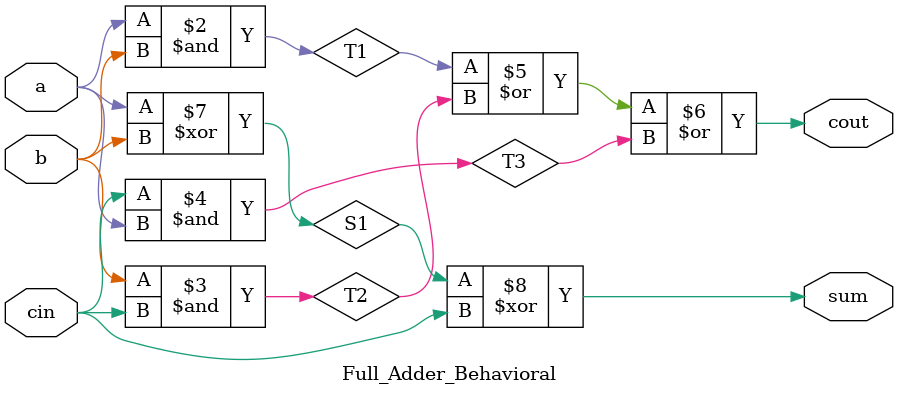
<source format=v>
`timescale 1ns / 1ps
module Full_Adder_Behavioral(a,b,cin,sum,cout);
input a,b,cin;
output reg sum,cout;	// o/p are to be declared as registers
reg T1,T2,T3,S1;	// as variables 

always@(a,b,cin)
begin
	T1 = a & b;
	T2 = b & cin;
	T3 = cin & a;
	cout = T1|T2|T3;
	S1 = a^b;
	sum = S1^cin;
end
endmodule

</source>
